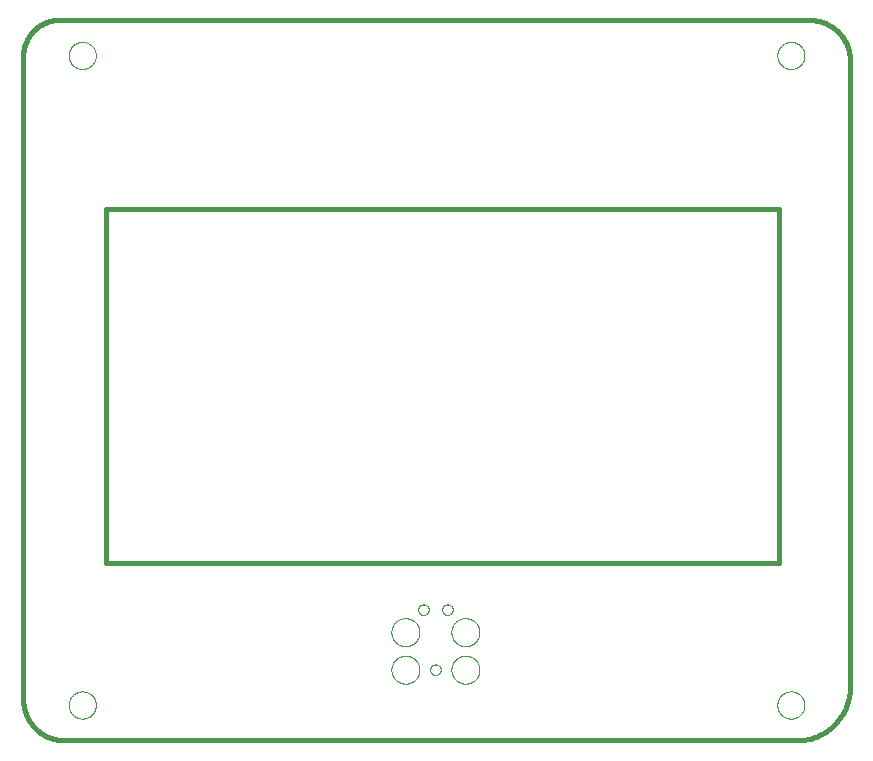
<source format=gbo>
G75*
%MOIN*%
%OFA0B0*%
%FSLAX25Y25*%
%IPPOS*%
%LPD*%
%AMOC8*
5,1,8,0,0,1.08239X$1,22.5*
%
%ADD10C,0.01600*%
%ADD11C,0.00000*%
D10*
X0017183Y0004413D02*
X0261183Y0004413D01*
X0261614Y0004418D01*
X0262045Y0004434D01*
X0262475Y0004460D01*
X0262905Y0004496D01*
X0263333Y0004543D01*
X0263760Y0004600D01*
X0264186Y0004668D01*
X0264610Y0004745D01*
X0265032Y0004833D01*
X0265452Y0004931D01*
X0265869Y0005040D01*
X0266283Y0005158D01*
X0266695Y0005286D01*
X0267103Y0005424D01*
X0267508Y0005572D01*
X0267909Y0005730D01*
X0268306Y0005897D01*
X0268700Y0006074D01*
X0269088Y0006260D01*
X0269472Y0006456D01*
X0269851Y0006661D01*
X0270226Y0006875D01*
X0270595Y0007098D01*
X0270958Y0007330D01*
X0271316Y0007570D01*
X0271667Y0007820D01*
X0272013Y0008077D01*
X0272352Y0008343D01*
X0272685Y0008617D01*
X0273011Y0008899D01*
X0273330Y0009189D01*
X0273642Y0009486D01*
X0273947Y0009791D01*
X0274244Y0010103D01*
X0274534Y0010422D01*
X0274816Y0010748D01*
X0275090Y0011081D01*
X0275356Y0011420D01*
X0275613Y0011766D01*
X0275863Y0012117D01*
X0276103Y0012475D01*
X0276335Y0012838D01*
X0276558Y0013207D01*
X0276772Y0013582D01*
X0276977Y0013961D01*
X0277173Y0014345D01*
X0277359Y0014733D01*
X0277536Y0015127D01*
X0277703Y0015524D01*
X0277861Y0015925D01*
X0278009Y0016330D01*
X0278147Y0016738D01*
X0278275Y0017150D01*
X0278393Y0017564D01*
X0278502Y0017981D01*
X0278600Y0018401D01*
X0278688Y0018823D01*
X0278765Y0019247D01*
X0278833Y0019673D01*
X0278890Y0020100D01*
X0278937Y0020528D01*
X0278973Y0020958D01*
X0278999Y0021388D01*
X0279015Y0021819D01*
X0279020Y0022250D01*
X0279020Y0231116D01*
X0279019Y0231116D02*
X0279015Y0231441D01*
X0279003Y0231766D01*
X0278984Y0232091D01*
X0278956Y0232414D01*
X0278921Y0232738D01*
X0278878Y0233060D01*
X0278827Y0233381D01*
X0278768Y0233701D01*
X0278702Y0234019D01*
X0278628Y0234336D01*
X0278546Y0234650D01*
X0278457Y0234963D01*
X0278361Y0235274D01*
X0278256Y0235581D01*
X0278145Y0235887D01*
X0278026Y0236189D01*
X0277900Y0236489D01*
X0277766Y0236786D01*
X0277626Y0237079D01*
X0277478Y0237368D01*
X0277323Y0237654D01*
X0277162Y0237937D01*
X0276994Y0238215D01*
X0276819Y0238489D01*
X0276637Y0238759D01*
X0276450Y0239024D01*
X0276255Y0239285D01*
X0276055Y0239541D01*
X0275848Y0239792D01*
X0275635Y0240038D01*
X0275417Y0240278D01*
X0275193Y0240514D01*
X0274963Y0240744D01*
X0274727Y0240968D01*
X0274487Y0241186D01*
X0274241Y0241399D01*
X0273990Y0241606D01*
X0273734Y0241806D01*
X0273473Y0242001D01*
X0273208Y0242188D01*
X0272938Y0242370D01*
X0272664Y0242545D01*
X0272386Y0242713D01*
X0272103Y0242874D01*
X0271817Y0243029D01*
X0271528Y0243177D01*
X0271235Y0243317D01*
X0270938Y0243451D01*
X0270638Y0243577D01*
X0270336Y0243696D01*
X0270030Y0243807D01*
X0269723Y0243912D01*
X0269412Y0244008D01*
X0269099Y0244097D01*
X0268785Y0244179D01*
X0268468Y0244253D01*
X0268150Y0244319D01*
X0267830Y0244378D01*
X0267509Y0244429D01*
X0267187Y0244472D01*
X0266863Y0244507D01*
X0266540Y0244535D01*
X0266215Y0244554D01*
X0265890Y0244566D01*
X0265565Y0244570D01*
X0265565Y0244571D02*
X0015369Y0244571D01*
X0015080Y0244568D01*
X0014792Y0244557D01*
X0014504Y0244540D01*
X0014217Y0244515D01*
X0013930Y0244484D01*
X0013644Y0244446D01*
X0013359Y0244401D01*
X0013075Y0244349D01*
X0012793Y0244290D01*
X0012512Y0244224D01*
X0012232Y0244152D01*
X0011955Y0244072D01*
X0011679Y0243987D01*
X0011406Y0243894D01*
X0011135Y0243795D01*
X0010866Y0243690D01*
X0010601Y0243577D01*
X0010337Y0243459D01*
X0010077Y0243334D01*
X0009820Y0243203D01*
X0009566Y0243066D01*
X0009316Y0242923D01*
X0009069Y0242774D01*
X0008826Y0242618D01*
X0008586Y0242457D01*
X0008351Y0242291D01*
X0008119Y0242118D01*
X0007892Y0241940D01*
X0007670Y0241757D01*
X0007451Y0241568D01*
X0007238Y0241374D01*
X0007029Y0241175D01*
X0006825Y0240971D01*
X0006626Y0240762D01*
X0006432Y0240549D01*
X0006243Y0240330D01*
X0006060Y0240108D01*
X0005882Y0239881D01*
X0005709Y0239649D01*
X0005543Y0239414D01*
X0005382Y0239174D01*
X0005226Y0238931D01*
X0005077Y0238684D01*
X0004934Y0238434D01*
X0004797Y0238180D01*
X0004666Y0237923D01*
X0004541Y0237663D01*
X0004423Y0237399D01*
X0004310Y0237134D01*
X0004205Y0236865D01*
X0004106Y0236594D01*
X0004013Y0236321D01*
X0003928Y0236045D01*
X0003848Y0235768D01*
X0003776Y0235488D01*
X0003710Y0235207D01*
X0003651Y0234925D01*
X0003599Y0234641D01*
X0003554Y0234356D01*
X0003516Y0234070D01*
X0003485Y0233783D01*
X0003460Y0233496D01*
X0003443Y0233208D01*
X0003432Y0232920D01*
X0003429Y0232631D01*
X0003429Y0018168D01*
X0003433Y0017836D01*
X0003445Y0017503D01*
X0003465Y0017172D01*
X0003493Y0016841D01*
X0003529Y0016510D01*
X0003573Y0016181D01*
X0003625Y0015852D01*
X0003685Y0015525D01*
X0003753Y0015200D01*
X0003829Y0014876D01*
X0003912Y0014555D01*
X0004003Y0014235D01*
X0004102Y0013918D01*
X0004209Y0013603D01*
X0004323Y0013291D01*
X0004444Y0012981D01*
X0004573Y0012675D01*
X0004710Y0012372D01*
X0004854Y0012072D01*
X0005004Y0011776D01*
X0005162Y0011484D01*
X0005327Y0011195D01*
X0005499Y0010911D01*
X0005678Y0010631D01*
X0005864Y0010355D01*
X0006056Y0010084D01*
X0006254Y0009817D01*
X0006459Y0009555D01*
X0006671Y0009299D01*
X0006888Y0009047D01*
X0007111Y0008801D01*
X0007341Y0008561D01*
X0007576Y0008326D01*
X0007816Y0008096D01*
X0008062Y0007873D01*
X0008314Y0007656D01*
X0008570Y0007444D01*
X0008832Y0007239D01*
X0009099Y0007041D01*
X0009370Y0006849D01*
X0009646Y0006663D01*
X0009926Y0006484D01*
X0010210Y0006312D01*
X0010499Y0006147D01*
X0010791Y0005989D01*
X0011087Y0005839D01*
X0011387Y0005695D01*
X0011690Y0005558D01*
X0011996Y0005429D01*
X0012306Y0005308D01*
X0012618Y0005194D01*
X0012933Y0005087D01*
X0013250Y0004988D01*
X0013570Y0004897D01*
X0013891Y0004814D01*
X0014215Y0004738D01*
X0014540Y0004670D01*
X0014867Y0004610D01*
X0015196Y0004558D01*
X0015525Y0004514D01*
X0015856Y0004478D01*
X0016187Y0004450D01*
X0016518Y0004430D01*
X0016851Y0004418D01*
X0017183Y0004414D01*
X0030988Y0063469D02*
X0030988Y0181579D01*
X0255398Y0181579D01*
X0255398Y0063469D01*
X0030988Y0063469D01*
D11*
X0018586Y0016224D02*
X0018588Y0016358D01*
X0018594Y0016492D01*
X0018604Y0016626D01*
X0018618Y0016760D01*
X0018636Y0016893D01*
X0018657Y0017025D01*
X0018683Y0017157D01*
X0018713Y0017288D01*
X0018746Y0017418D01*
X0018783Y0017546D01*
X0018825Y0017674D01*
X0018869Y0017801D01*
X0018918Y0017926D01*
X0018970Y0018049D01*
X0019026Y0018171D01*
X0019086Y0018292D01*
X0019149Y0018410D01*
X0019215Y0018527D01*
X0019285Y0018641D01*
X0019358Y0018754D01*
X0019435Y0018864D01*
X0019515Y0018972D01*
X0019598Y0019077D01*
X0019684Y0019180D01*
X0019773Y0019280D01*
X0019865Y0019378D01*
X0019960Y0019473D01*
X0020058Y0019565D01*
X0020158Y0019654D01*
X0020261Y0019740D01*
X0020366Y0019823D01*
X0020474Y0019903D01*
X0020584Y0019980D01*
X0020697Y0020053D01*
X0020811Y0020123D01*
X0020928Y0020189D01*
X0021046Y0020252D01*
X0021167Y0020312D01*
X0021289Y0020368D01*
X0021412Y0020420D01*
X0021537Y0020469D01*
X0021664Y0020513D01*
X0021792Y0020555D01*
X0021920Y0020592D01*
X0022050Y0020625D01*
X0022181Y0020655D01*
X0022313Y0020681D01*
X0022445Y0020702D01*
X0022578Y0020720D01*
X0022712Y0020734D01*
X0022846Y0020744D01*
X0022980Y0020750D01*
X0023114Y0020752D01*
X0023248Y0020750D01*
X0023382Y0020744D01*
X0023516Y0020734D01*
X0023650Y0020720D01*
X0023783Y0020702D01*
X0023915Y0020681D01*
X0024047Y0020655D01*
X0024178Y0020625D01*
X0024308Y0020592D01*
X0024436Y0020555D01*
X0024564Y0020513D01*
X0024691Y0020469D01*
X0024816Y0020420D01*
X0024939Y0020368D01*
X0025061Y0020312D01*
X0025182Y0020252D01*
X0025300Y0020189D01*
X0025417Y0020123D01*
X0025531Y0020053D01*
X0025644Y0019980D01*
X0025754Y0019903D01*
X0025862Y0019823D01*
X0025967Y0019740D01*
X0026070Y0019654D01*
X0026170Y0019565D01*
X0026268Y0019473D01*
X0026363Y0019378D01*
X0026455Y0019280D01*
X0026544Y0019180D01*
X0026630Y0019077D01*
X0026713Y0018972D01*
X0026793Y0018864D01*
X0026870Y0018754D01*
X0026943Y0018641D01*
X0027013Y0018527D01*
X0027079Y0018410D01*
X0027142Y0018292D01*
X0027202Y0018171D01*
X0027258Y0018049D01*
X0027310Y0017926D01*
X0027359Y0017801D01*
X0027403Y0017674D01*
X0027445Y0017546D01*
X0027482Y0017418D01*
X0027515Y0017288D01*
X0027545Y0017157D01*
X0027571Y0017025D01*
X0027592Y0016893D01*
X0027610Y0016760D01*
X0027624Y0016626D01*
X0027634Y0016492D01*
X0027640Y0016358D01*
X0027642Y0016224D01*
X0027640Y0016090D01*
X0027634Y0015956D01*
X0027624Y0015822D01*
X0027610Y0015688D01*
X0027592Y0015555D01*
X0027571Y0015423D01*
X0027545Y0015291D01*
X0027515Y0015160D01*
X0027482Y0015030D01*
X0027445Y0014902D01*
X0027403Y0014774D01*
X0027359Y0014647D01*
X0027310Y0014522D01*
X0027258Y0014399D01*
X0027202Y0014277D01*
X0027142Y0014156D01*
X0027079Y0014038D01*
X0027013Y0013921D01*
X0026943Y0013807D01*
X0026870Y0013694D01*
X0026793Y0013584D01*
X0026713Y0013476D01*
X0026630Y0013371D01*
X0026544Y0013268D01*
X0026455Y0013168D01*
X0026363Y0013070D01*
X0026268Y0012975D01*
X0026170Y0012883D01*
X0026070Y0012794D01*
X0025967Y0012708D01*
X0025862Y0012625D01*
X0025754Y0012545D01*
X0025644Y0012468D01*
X0025531Y0012395D01*
X0025417Y0012325D01*
X0025300Y0012259D01*
X0025182Y0012196D01*
X0025061Y0012136D01*
X0024939Y0012080D01*
X0024816Y0012028D01*
X0024691Y0011979D01*
X0024564Y0011935D01*
X0024436Y0011893D01*
X0024308Y0011856D01*
X0024178Y0011823D01*
X0024047Y0011793D01*
X0023915Y0011767D01*
X0023783Y0011746D01*
X0023650Y0011728D01*
X0023516Y0011714D01*
X0023382Y0011704D01*
X0023248Y0011698D01*
X0023114Y0011696D01*
X0022980Y0011698D01*
X0022846Y0011704D01*
X0022712Y0011714D01*
X0022578Y0011728D01*
X0022445Y0011746D01*
X0022313Y0011767D01*
X0022181Y0011793D01*
X0022050Y0011823D01*
X0021920Y0011856D01*
X0021792Y0011893D01*
X0021664Y0011935D01*
X0021537Y0011979D01*
X0021412Y0012028D01*
X0021289Y0012080D01*
X0021167Y0012136D01*
X0021046Y0012196D01*
X0020928Y0012259D01*
X0020811Y0012325D01*
X0020697Y0012395D01*
X0020584Y0012468D01*
X0020474Y0012545D01*
X0020366Y0012625D01*
X0020261Y0012708D01*
X0020158Y0012794D01*
X0020058Y0012883D01*
X0019960Y0012975D01*
X0019865Y0013070D01*
X0019773Y0013168D01*
X0019684Y0013268D01*
X0019598Y0013371D01*
X0019515Y0013476D01*
X0019435Y0013584D01*
X0019358Y0013694D01*
X0019285Y0013807D01*
X0019215Y0013921D01*
X0019149Y0014038D01*
X0019086Y0014156D01*
X0019026Y0014277D01*
X0018970Y0014399D01*
X0018918Y0014522D01*
X0018869Y0014647D01*
X0018825Y0014774D01*
X0018783Y0014902D01*
X0018746Y0015030D01*
X0018713Y0015160D01*
X0018683Y0015291D01*
X0018657Y0015423D01*
X0018636Y0015555D01*
X0018618Y0015688D01*
X0018604Y0015822D01*
X0018594Y0015956D01*
X0018588Y0016090D01*
X0018586Y0016224D01*
X0126156Y0027996D02*
X0126158Y0028133D01*
X0126164Y0028269D01*
X0126174Y0028405D01*
X0126188Y0028541D01*
X0126206Y0028677D01*
X0126228Y0028812D01*
X0126253Y0028946D01*
X0126283Y0029079D01*
X0126317Y0029211D01*
X0126354Y0029343D01*
X0126395Y0029473D01*
X0126441Y0029602D01*
X0126489Y0029730D01*
X0126542Y0029856D01*
X0126598Y0029980D01*
X0126658Y0030103D01*
X0126721Y0030224D01*
X0126788Y0030343D01*
X0126858Y0030460D01*
X0126932Y0030576D01*
X0127009Y0030688D01*
X0127089Y0030799D01*
X0127173Y0030907D01*
X0127260Y0031013D01*
X0127349Y0031116D01*
X0127442Y0031216D01*
X0127537Y0031314D01*
X0127636Y0031409D01*
X0127737Y0031501D01*
X0127841Y0031589D01*
X0127947Y0031675D01*
X0128056Y0031758D01*
X0128167Y0031837D01*
X0128280Y0031914D01*
X0128396Y0031987D01*
X0128513Y0032056D01*
X0128633Y0032122D01*
X0128754Y0032184D01*
X0128878Y0032243D01*
X0129003Y0032299D01*
X0129129Y0032350D01*
X0129257Y0032398D01*
X0129386Y0032442D01*
X0129517Y0032483D01*
X0129649Y0032519D01*
X0129781Y0032552D01*
X0129915Y0032580D01*
X0130049Y0032605D01*
X0130184Y0032626D01*
X0130320Y0032643D01*
X0130456Y0032656D01*
X0130592Y0032665D01*
X0130729Y0032670D01*
X0130865Y0032671D01*
X0131002Y0032668D01*
X0131138Y0032661D01*
X0131274Y0032650D01*
X0131410Y0032635D01*
X0131545Y0032616D01*
X0131680Y0032593D01*
X0131814Y0032566D01*
X0131947Y0032536D01*
X0132079Y0032501D01*
X0132211Y0032463D01*
X0132340Y0032421D01*
X0132469Y0032375D01*
X0132596Y0032325D01*
X0132722Y0032271D01*
X0132846Y0032214D01*
X0132969Y0032154D01*
X0133089Y0032089D01*
X0133208Y0032022D01*
X0133324Y0031951D01*
X0133439Y0031876D01*
X0133551Y0031798D01*
X0133661Y0031717D01*
X0133769Y0031633D01*
X0133874Y0031545D01*
X0133976Y0031455D01*
X0134076Y0031362D01*
X0134173Y0031265D01*
X0134267Y0031166D01*
X0134358Y0031065D01*
X0134446Y0030960D01*
X0134531Y0030853D01*
X0134613Y0030744D01*
X0134692Y0030632D01*
X0134767Y0030518D01*
X0134839Y0030402D01*
X0134908Y0030284D01*
X0134973Y0030164D01*
X0135035Y0030042D01*
X0135093Y0029918D01*
X0135147Y0029793D01*
X0135198Y0029666D01*
X0135244Y0029538D01*
X0135288Y0029408D01*
X0135327Y0029277D01*
X0135363Y0029145D01*
X0135394Y0029012D01*
X0135422Y0028879D01*
X0135446Y0028744D01*
X0135466Y0028609D01*
X0135482Y0028473D01*
X0135494Y0028337D01*
X0135502Y0028201D01*
X0135506Y0028064D01*
X0135506Y0027928D01*
X0135502Y0027791D01*
X0135494Y0027655D01*
X0135482Y0027519D01*
X0135466Y0027383D01*
X0135446Y0027248D01*
X0135422Y0027113D01*
X0135394Y0026980D01*
X0135363Y0026847D01*
X0135327Y0026715D01*
X0135288Y0026584D01*
X0135244Y0026454D01*
X0135198Y0026326D01*
X0135147Y0026199D01*
X0135093Y0026074D01*
X0135035Y0025950D01*
X0134973Y0025828D01*
X0134908Y0025708D01*
X0134839Y0025590D01*
X0134767Y0025474D01*
X0134692Y0025360D01*
X0134613Y0025248D01*
X0134531Y0025139D01*
X0134446Y0025032D01*
X0134358Y0024927D01*
X0134267Y0024826D01*
X0134173Y0024727D01*
X0134076Y0024630D01*
X0133976Y0024537D01*
X0133874Y0024447D01*
X0133769Y0024359D01*
X0133661Y0024275D01*
X0133551Y0024194D01*
X0133439Y0024116D01*
X0133324Y0024041D01*
X0133208Y0023970D01*
X0133089Y0023903D01*
X0132969Y0023838D01*
X0132846Y0023778D01*
X0132722Y0023721D01*
X0132596Y0023667D01*
X0132469Y0023617D01*
X0132340Y0023571D01*
X0132211Y0023529D01*
X0132079Y0023491D01*
X0131947Y0023456D01*
X0131814Y0023426D01*
X0131680Y0023399D01*
X0131545Y0023376D01*
X0131410Y0023357D01*
X0131274Y0023342D01*
X0131138Y0023331D01*
X0131002Y0023324D01*
X0130865Y0023321D01*
X0130729Y0023322D01*
X0130592Y0023327D01*
X0130456Y0023336D01*
X0130320Y0023349D01*
X0130184Y0023366D01*
X0130049Y0023387D01*
X0129915Y0023412D01*
X0129781Y0023440D01*
X0129649Y0023473D01*
X0129517Y0023509D01*
X0129386Y0023550D01*
X0129257Y0023594D01*
X0129129Y0023642D01*
X0129003Y0023693D01*
X0128878Y0023749D01*
X0128754Y0023808D01*
X0128633Y0023870D01*
X0128513Y0023936D01*
X0128396Y0024005D01*
X0128280Y0024078D01*
X0128167Y0024155D01*
X0128056Y0024234D01*
X0127947Y0024317D01*
X0127841Y0024403D01*
X0127737Y0024491D01*
X0127636Y0024583D01*
X0127537Y0024678D01*
X0127442Y0024776D01*
X0127349Y0024876D01*
X0127260Y0024979D01*
X0127173Y0025085D01*
X0127089Y0025193D01*
X0127009Y0025304D01*
X0126932Y0025416D01*
X0126858Y0025532D01*
X0126788Y0025649D01*
X0126721Y0025768D01*
X0126658Y0025889D01*
X0126598Y0026012D01*
X0126542Y0026136D01*
X0126489Y0026262D01*
X0126441Y0026390D01*
X0126395Y0026519D01*
X0126354Y0026649D01*
X0126317Y0026781D01*
X0126283Y0026913D01*
X0126253Y0027046D01*
X0126228Y0027180D01*
X0126206Y0027315D01*
X0126188Y0027451D01*
X0126174Y0027587D01*
X0126164Y0027723D01*
X0126158Y0027859D01*
X0126156Y0027996D01*
X0126156Y0040496D02*
X0126158Y0040633D01*
X0126164Y0040769D01*
X0126174Y0040905D01*
X0126188Y0041041D01*
X0126206Y0041177D01*
X0126228Y0041312D01*
X0126253Y0041446D01*
X0126283Y0041579D01*
X0126317Y0041711D01*
X0126354Y0041843D01*
X0126395Y0041973D01*
X0126441Y0042102D01*
X0126489Y0042230D01*
X0126542Y0042356D01*
X0126598Y0042480D01*
X0126658Y0042603D01*
X0126721Y0042724D01*
X0126788Y0042843D01*
X0126858Y0042960D01*
X0126932Y0043076D01*
X0127009Y0043188D01*
X0127089Y0043299D01*
X0127173Y0043407D01*
X0127260Y0043513D01*
X0127349Y0043616D01*
X0127442Y0043716D01*
X0127537Y0043814D01*
X0127636Y0043909D01*
X0127737Y0044001D01*
X0127841Y0044089D01*
X0127947Y0044175D01*
X0128056Y0044258D01*
X0128167Y0044337D01*
X0128280Y0044414D01*
X0128396Y0044487D01*
X0128513Y0044556D01*
X0128633Y0044622D01*
X0128754Y0044684D01*
X0128878Y0044743D01*
X0129003Y0044799D01*
X0129129Y0044850D01*
X0129257Y0044898D01*
X0129386Y0044942D01*
X0129517Y0044983D01*
X0129649Y0045019D01*
X0129781Y0045052D01*
X0129915Y0045080D01*
X0130049Y0045105D01*
X0130184Y0045126D01*
X0130320Y0045143D01*
X0130456Y0045156D01*
X0130592Y0045165D01*
X0130729Y0045170D01*
X0130865Y0045171D01*
X0131002Y0045168D01*
X0131138Y0045161D01*
X0131274Y0045150D01*
X0131410Y0045135D01*
X0131545Y0045116D01*
X0131680Y0045093D01*
X0131814Y0045066D01*
X0131947Y0045036D01*
X0132079Y0045001D01*
X0132211Y0044963D01*
X0132340Y0044921D01*
X0132469Y0044875D01*
X0132596Y0044825D01*
X0132722Y0044771D01*
X0132846Y0044714D01*
X0132969Y0044654D01*
X0133089Y0044589D01*
X0133208Y0044522D01*
X0133324Y0044451D01*
X0133439Y0044376D01*
X0133551Y0044298D01*
X0133661Y0044217D01*
X0133769Y0044133D01*
X0133874Y0044045D01*
X0133976Y0043955D01*
X0134076Y0043862D01*
X0134173Y0043765D01*
X0134267Y0043666D01*
X0134358Y0043565D01*
X0134446Y0043460D01*
X0134531Y0043353D01*
X0134613Y0043244D01*
X0134692Y0043132D01*
X0134767Y0043018D01*
X0134839Y0042902D01*
X0134908Y0042784D01*
X0134973Y0042664D01*
X0135035Y0042542D01*
X0135093Y0042418D01*
X0135147Y0042293D01*
X0135198Y0042166D01*
X0135244Y0042038D01*
X0135288Y0041908D01*
X0135327Y0041777D01*
X0135363Y0041645D01*
X0135394Y0041512D01*
X0135422Y0041379D01*
X0135446Y0041244D01*
X0135466Y0041109D01*
X0135482Y0040973D01*
X0135494Y0040837D01*
X0135502Y0040701D01*
X0135506Y0040564D01*
X0135506Y0040428D01*
X0135502Y0040291D01*
X0135494Y0040155D01*
X0135482Y0040019D01*
X0135466Y0039883D01*
X0135446Y0039748D01*
X0135422Y0039613D01*
X0135394Y0039480D01*
X0135363Y0039347D01*
X0135327Y0039215D01*
X0135288Y0039084D01*
X0135244Y0038954D01*
X0135198Y0038826D01*
X0135147Y0038699D01*
X0135093Y0038574D01*
X0135035Y0038450D01*
X0134973Y0038328D01*
X0134908Y0038208D01*
X0134839Y0038090D01*
X0134767Y0037974D01*
X0134692Y0037860D01*
X0134613Y0037748D01*
X0134531Y0037639D01*
X0134446Y0037532D01*
X0134358Y0037427D01*
X0134267Y0037326D01*
X0134173Y0037227D01*
X0134076Y0037130D01*
X0133976Y0037037D01*
X0133874Y0036947D01*
X0133769Y0036859D01*
X0133661Y0036775D01*
X0133551Y0036694D01*
X0133439Y0036616D01*
X0133324Y0036541D01*
X0133208Y0036470D01*
X0133089Y0036403D01*
X0132969Y0036338D01*
X0132846Y0036278D01*
X0132722Y0036221D01*
X0132596Y0036167D01*
X0132469Y0036117D01*
X0132340Y0036071D01*
X0132211Y0036029D01*
X0132079Y0035991D01*
X0131947Y0035956D01*
X0131814Y0035926D01*
X0131680Y0035899D01*
X0131545Y0035876D01*
X0131410Y0035857D01*
X0131274Y0035842D01*
X0131138Y0035831D01*
X0131002Y0035824D01*
X0130865Y0035821D01*
X0130729Y0035822D01*
X0130592Y0035827D01*
X0130456Y0035836D01*
X0130320Y0035849D01*
X0130184Y0035866D01*
X0130049Y0035887D01*
X0129915Y0035912D01*
X0129781Y0035940D01*
X0129649Y0035973D01*
X0129517Y0036009D01*
X0129386Y0036050D01*
X0129257Y0036094D01*
X0129129Y0036142D01*
X0129003Y0036193D01*
X0128878Y0036249D01*
X0128754Y0036308D01*
X0128633Y0036370D01*
X0128513Y0036436D01*
X0128396Y0036505D01*
X0128280Y0036578D01*
X0128167Y0036655D01*
X0128056Y0036734D01*
X0127947Y0036817D01*
X0127841Y0036903D01*
X0127737Y0036991D01*
X0127636Y0037083D01*
X0127537Y0037178D01*
X0127442Y0037276D01*
X0127349Y0037376D01*
X0127260Y0037479D01*
X0127173Y0037585D01*
X0127089Y0037693D01*
X0127009Y0037804D01*
X0126932Y0037916D01*
X0126858Y0038032D01*
X0126788Y0038149D01*
X0126721Y0038268D01*
X0126658Y0038389D01*
X0126598Y0038512D01*
X0126542Y0038636D01*
X0126489Y0038762D01*
X0126441Y0038890D01*
X0126395Y0039019D01*
X0126354Y0039149D01*
X0126317Y0039281D01*
X0126283Y0039413D01*
X0126253Y0039546D01*
X0126228Y0039680D01*
X0126206Y0039815D01*
X0126188Y0039951D01*
X0126174Y0040087D01*
X0126164Y0040223D01*
X0126158Y0040359D01*
X0126156Y0040496D01*
X0135081Y0047996D02*
X0135083Y0048079D01*
X0135089Y0048162D01*
X0135099Y0048245D01*
X0135113Y0048327D01*
X0135130Y0048409D01*
X0135152Y0048489D01*
X0135177Y0048568D01*
X0135206Y0048646D01*
X0135239Y0048723D01*
X0135276Y0048798D01*
X0135315Y0048871D01*
X0135359Y0048942D01*
X0135405Y0049011D01*
X0135455Y0049078D01*
X0135508Y0049142D01*
X0135564Y0049204D01*
X0135623Y0049263D01*
X0135685Y0049319D01*
X0135749Y0049372D01*
X0135816Y0049422D01*
X0135885Y0049468D01*
X0135956Y0049512D01*
X0136029Y0049551D01*
X0136104Y0049588D01*
X0136181Y0049621D01*
X0136259Y0049650D01*
X0136338Y0049675D01*
X0136418Y0049697D01*
X0136500Y0049714D01*
X0136582Y0049728D01*
X0136665Y0049738D01*
X0136748Y0049744D01*
X0136831Y0049746D01*
X0136914Y0049744D01*
X0136997Y0049738D01*
X0137080Y0049728D01*
X0137162Y0049714D01*
X0137244Y0049697D01*
X0137324Y0049675D01*
X0137403Y0049650D01*
X0137481Y0049621D01*
X0137558Y0049588D01*
X0137633Y0049551D01*
X0137706Y0049512D01*
X0137777Y0049468D01*
X0137846Y0049422D01*
X0137913Y0049372D01*
X0137977Y0049319D01*
X0138039Y0049263D01*
X0138098Y0049204D01*
X0138154Y0049142D01*
X0138207Y0049078D01*
X0138257Y0049011D01*
X0138303Y0048942D01*
X0138347Y0048871D01*
X0138386Y0048798D01*
X0138423Y0048723D01*
X0138456Y0048646D01*
X0138485Y0048568D01*
X0138510Y0048489D01*
X0138532Y0048409D01*
X0138549Y0048327D01*
X0138563Y0048245D01*
X0138573Y0048162D01*
X0138579Y0048079D01*
X0138581Y0047996D01*
X0138579Y0047913D01*
X0138573Y0047830D01*
X0138563Y0047747D01*
X0138549Y0047665D01*
X0138532Y0047583D01*
X0138510Y0047503D01*
X0138485Y0047424D01*
X0138456Y0047346D01*
X0138423Y0047269D01*
X0138386Y0047194D01*
X0138347Y0047121D01*
X0138303Y0047050D01*
X0138257Y0046981D01*
X0138207Y0046914D01*
X0138154Y0046850D01*
X0138098Y0046788D01*
X0138039Y0046729D01*
X0137977Y0046673D01*
X0137913Y0046620D01*
X0137846Y0046570D01*
X0137777Y0046524D01*
X0137706Y0046480D01*
X0137633Y0046441D01*
X0137558Y0046404D01*
X0137481Y0046371D01*
X0137403Y0046342D01*
X0137324Y0046317D01*
X0137244Y0046295D01*
X0137162Y0046278D01*
X0137080Y0046264D01*
X0136997Y0046254D01*
X0136914Y0046248D01*
X0136831Y0046246D01*
X0136748Y0046248D01*
X0136665Y0046254D01*
X0136582Y0046264D01*
X0136500Y0046278D01*
X0136418Y0046295D01*
X0136338Y0046317D01*
X0136259Y0046342D01*
X0136181Y0046371D01*
X0136104Y0046404D01*
X0136029Y0046441D01*
X0135956Y0046480D01*
X0135885Y0046524D01*
X0135816Y0046570D01*
X0135749Y0046620D01*
X0135685Y0046673D01*
X0135623Y0046729D01*
X0135564Y0046788D01*
X0135508Y0046850D01*
X0135455Y0046914D01*
X0135405Y0046981D01*
X0135359Y0047050D01*
X0135315Y0047121D01*
X0135276Y0047194D01*
X0135239Y0047269D01*
X0135206Y0047346D01*
X0135177Y0047424D01*
X0135152Y0047503D01*
X0135130Y0047583D01*
X0135113Y0047665D01*
X0135099Y0047747D01*
X0135089Y0047830D01*
X0135083Y0047913D01*
X0135081Y0047996D01*
X0143081Y0047996D02*
X0143083Y0048079D01*
X0143089Y0048162D01*
X0143099Y0048245D01*
X0143113Y0048327D01*
X0143130Y0048409D01*
X0143152Y0048489D01*
X0143177Y0048568D01*
X0143206Y0048646D01*
X0143239Y0048723D01*
X0143276Y0048798D01*
X0143315Y0048871D01*
X0143359Y0048942D01*
X0143405Y0049011D01*
X0143455Y0049078D01*
X0143508Y0049142D01*
X0143564Y0049204D01*
X0143623Y0049263D01*
X0143685Y0049319D01*
X0143749Y0049372D01*
X0143816Y0049422D01*
X0143885Y0049468D01*
X0143956Y0049512D01*
X0144029Y0049551D01*
X0144104Y0049588D01*
X0144181Y0049621D01*
X0144259Y0049650D01*
X0144338Y0049675D01*
X0144418Y0049697D01*
X0144500Y0049714D01*
X0144582Y0049728D01*
X0144665Y0049738D01*
X0144748Y0049744D01*
X0144831Y0049746D01*
X0144914Y0049744D01*
X0144997Y0049738D01*
X0145080Y0049728D01*
X0145162Y0049714D01*
X0145244Y0049697D01*
X0145324Y0049675D01*
X0145403Y0049650D01*
X0145481Y0049621D01*
X0145558Y0049588D01*
X0145633Y0049551D01*
X0145706Y0049512D01*
X0145777Y0049468D01*
X0145846Y0049422D01*
X0145913Y0049372D01*
X0145977Y0049319D01*
X0146039Y0049263D01*
X0146098Y0049204D01*
X0146154Y0049142D01*
X0146207Y0049078D01*
X0146257Y0049011D01*
X0146303Y0048942D01*
X0146347Y0048871D01*
X0146386Y0048798D01*
X0146423Y0048723D01*
X0146456Y0048646D01*
X0146485Y0048568D01*
X0146510Y0048489D01*
X0146532Y0048409D01*
X0146549Y0048327D01*
X0146563Y0048245D01*
X0146573Y0048162D01*
X0146579Y0048079D01*
X0146581Y0047996D01*
X0146579Y0047913D01*
X0146573Y0047830D01*
X0146563Y0047747D01*
X0146549Y0047665D01*
X0146532Y0047583D01*
X0146510Y0047503D01*
X0146485Y0047424D01*
X0146456Y0047346D01*
X0146423Y0047269D01*
X0146386Y0047194D01*
X0146347Y0047121D01*
X0146303Y0047050D01*
X0146257Y0046981D01*
X0146207Y0046914D01*
X0146154Y0046850D01*
X0146098Y0046788D01*
X0146039Y0046729D01*
X0145977Y0046673D01*
X0145913Y0046620D01*
X0145846Y0046570D01*
X0145777Y0046524D01*
X0145706Y0046480D01*
X0145633Y0046441D01*
X0145558Y0046404D01*
X0145481Y0046371D01*
X0145403Y0046342D01*
X0145324Y0046317D01*
X0145244Y0046295D01*
X0145162Y0046278D01*
X0145080Y0046264D01*
X0144997Y0046254D01*
X0144914Y0046248D01*
X0144831Y0046246D01*
X0144748Y0046248D01*
X0144665Y0046254D01*
X0144582Y0046264D01*
X0144500Y0046278D01*
X0144418Y0046295D01*
X0144338Y0046317D01*
X0144259Y0046342D01*
X0144181Y0046371D01*
X0144104Y0046404D01*
X0144029Y0046441D01*
X0143956Y0046480D01*
X0143885Y0046524D01*
X0143816Y0046570D01*
X0143749Y0046620D01*
X0143685Y0046673D01*
X0143623Y0046729D01*
X0143564Y0046788D01*
X0143508Y0046850D01*
X0143455Y0046914D01*
X0143405Y0046981D01*
X0143359Y0047050D01*
X0143315Y0047121D01*
X0143276Y0047194D01*
X0143239Y0047269D01*
X0143206Y0047346D01*
X0143177Y0047424D01*
X0143152Y0047503D01*
X0143130Y0047583D01*
X0143113Y0047665D01*
X0143099Y0047747D01*
X0143089Y0047830D01*
X0143083Y0047913D01*
X0143081Y0047996D01*
X0146156Y0040496D02*
X0146158Y0040633D01*
X0146164Y0040769D01*
X0146174Y0040905D01*
X0146188Y0041041D01*
X0146206Y0041177D01*
X0146228Y0041312D01*
X0146253Y0041446D01*
X0146283Y0041579D01*
X0146317Y0041711D01*
X0146354Y0041843D01*
X0146395Y0041973D01*
X0146441Y0042102D01*
X0146489Y0042230D01*
X0146542Y0042356D01*
X0146598Y0042480D01*
X0146658Y0042603D01*
X0146721Y0042724D01*
X0146788Y0042843D01*
X0146858Y0042960D01*
X0146932Y0043076D01*
X0147009Y0043188D01*
X0147089Y0043299D01*
X0147173Y0043407D01*
X0147260Y0043513D01*
X0147349Y0043616D01*
X0147442Y0043716D01*
X0147537Y0043814D01*
X0147636Y0043909D01*
X0147737Y0044001D01*
X0147841Y0044089D01*
X0147947Y0044175D01*
X0148056Y0044258D01*
X0148167Y0044337D01*
X0148280Y0044414D01*
X0148396Y0044487D01*
X0148513Y0044556D01*
X0148633Y0044622D01*
X0148754Y0044684D01*
X0148878Y0044743D01*
X0149003Y0044799D01*
X0149129Y0044850D01*
X0149257Y0044898D01*
X0149386Y0044942D01*
X0149517Y0044983D01*
X0149649Y0045019D01*
X0149781Y0045052D01*
X0149915Y0045080D01*
X0150049Y0045105D01*
X0150184Y0045126D01*
X0150320Y0045143D01*
X0150456Y0045156D01*
X0150592Y0045165D01*
X0150729Y0045170D01*
X0150865Y0045171D01*
X0151002Y0045168D01*
X0151138Y0045161D01*
X0151274Y0045150D01*
X0151410Y0045135D01*
X0151545Y0045116D01*
X0151680Y0045093D01*
X0151814Y0045066D01*
X0151947Y0045036D01*
X0152079Y0045001D01*
X0152211Y0044963D01*
X0152340Y0044921D01*
X0152469Y0044875D01*
X0152596Y0044825D01*
X0152722Y0044771D01*
X0152846Y0044714D01*
X0152969Y0044654D01*
X0153089Y0044589D01*
X0153208Y0044522D01*
X0153324Y0044451D01*
X0153439Y0044376D01*
X0153551Y0044298D01*
X0153661Y0044217D01*
X0153769Y0044133D01*
X0153874Y0044045D01*
X0153976Y0043955D01*
X0154076Y0043862D01*
X0154173Y0043765D01*
X0154267Y0043666D01*
X0154358Y0043565D01*
X0154446Y0043460D01*
X0154531Y0043353D01*
X0154613Y0043244D01*
X0154692Y0043132D01*
X0154767Y0043018D01*
X0154839Y0042902D01*
X0154908Y0042784D01*
X0154973Y0042664D01*
X0155035Y0042542D01*
X0155093Y0042418D01*
X0155147Y0042293D01*
X0155198Y0042166D01*
X0155244Y0042038D01*
X0155288Y0041908D01*
X0155327Y0041777D01*
X0155363Y0041645D01*
X0155394Y0041512D01*
X0155422Y0041379D01*
X0155446Y0041244D01*
X0155466Y0041109D01*
X0155482Y0040973D01*
X0155494Y0040837D01*
X0155502Y0040701D01*
X0155506Y0040564D01*
X0155506Y0040428D01*
X0155502Y0040291D01*
X0155494Y0040155D01*
X0155482Y0040019D01*
X0155466Y0039883D01*
X0155446Y0039748D01*
X0155422Y0039613D01*
X0155394Y0039480D01*
X0155363Y0039347D01*
X0155327Y0039215D01*
X0155288Y0039084D01*
X0155244Y0038954D01*
X0155198Y0038826D01*
X0155147Y0038699D01*
X0155093Y0038574D01*
X0155035Y0038450D01*
X0154973Y0038328D01*
X0154908Y0038208D01*
X0154839Y0038090D01*
X0154767Y0037974D01*
X0154692Y0037860D01*
X0154613Y0037748D01*
X0154531Y0037639D01*
X0154446Y0037532D01*
X0154358Y0037427D01*
X0154267Y0037326D01*
X0154173Y0037227D01*
X0154076Y0037130D01*
X0153976Y0037037D01*
X0153874Y0036947D01*
X0153769Y0036859D01*
X0153661Y0036775D01*
X0153551Y0036694D01*
X0153439Y0036616D01*
X0153324Y0036541D01*
X0153208Y0036470D01*
X0153089Y0036403D01*
X0152969Y0036338D01*
X0152846Y0036278D01*
X0152722Y0036221D01*
X0152596Y0036167D01*
X0152469Y0036117D01*
X0152340Y0036071D01*
X0152211Y0036029D01*
X0152079Y0035991D01*
X0151947Y0035956D01*
X0151814Y0035926D01*
X0151680Y0035899D01*
X0151545Y0035876D01*
X0151410Y0035857D01*
X0151274Y0035842D01*
X0151138Y0035831D01*
X0151002Y0035824D01*
X0150865Y0035821D01*
X0150729Y0035822D01*
X0150592Y0035827D01*
X0150456Y0035836D01*
X0150320Y0035849D01*
X0150184Y0035866D01*
X0150049Y0035887D01*
X0149915Y0035912D01*
X0149781Y0035940D01*
X0149649Y0035973D01*
X0149517Y0036009D01*
X0149386Y0036050D01*
X0149257Y0036094D01*
X0149129Y0036142D01*
X0149003Y0036193D01*
X0148878Y0036249D01*
X0148754Y0036308D01*
X0148633Y0036370D01*
X0148513Y0036436D01*
X0148396Y0036505D01*
X0148280Y0036578D01*
X0148167Y0036655D01*
X0148056Y0036734D01*
X0147947Y0036817D01*
X0147841Y0036903D01*
X0147737Y0036991D01*
X0147636Y0037083D01*
X0147537Y0037178D01*
X0147442Y0037276D01*
X0147349Y0037376D01*
X0147260Y0037479D01*
X0147173Y0037585D01*
X0147089Y0037693D01*
X0147009Y0037804D01*
X0146932Y0037916D01*
X0146858Y0038032D01*
X0146788Y0038149D01*
X0146721Y0038268D01*
X0146658Y0038389D01*
X0146598Y0038512D01*
X0146542Y0038636D01*
X0146489Y0038762D01*
X0146441Y0038890D01*
X0146395Y0039019D01*
X0146354Y0039149D01*
X0146317Y0039281D01*
X0146283Y0039413D01*
X0146253Y0039546D01*
X0146228Y0039680D01*
X0146206Y0039815D01*
X0146188Y0039951D01*
X0146174Y0040087D01*
X0146164Y0040223D01*
X0146158Y0040359D01*
X0146156Y0040496D01*
X0146156Y0027996D02*
X0146158Y0028133D01*
X0146164Y0028269D01*
X0146174Y0028405D01*
X0146188Y0028541D01*
X0146206Y0028677D01*
X0146228Y0028812D01*
X0146253Y0028946D01*
X0146283Y0029079D01*
X0146317Y0029211D01*
X0146354Y0029343D01*
X0146395Y0029473D01*
X0146441Y0029602D01*
X0146489Y0029730D01*
X0146542Y0029856D01*
X0146598Y0029980D01*
X0146658Y0030103D01*
X0146721Y0030224D01*
X0146788Y0030343D01*
X0146858Y0030460D01*
X0146932Y0030576D01*
X0147009Y0030688D01*
X0147089Y0030799D01*
X0147173Y0030907D01*
X0147260Y0031013D01*
X0147349Y0031116D01*
X0147442Y0031216D01*
X0147537Y0031314D01*
X0147636Y0031409D01*
X0147737Y0031501D01*
X0147841Y0031589D01*
X0147947Y0031675D01*
X0148056Y0031758D01*
X0148167Y0031837D01*
X0148280Y0031914D01*
X0148396Y0031987D01*
X0148513Y0032056D01*
X0148633Y0032122D01*
X0148754Y0032184D01*
X0148878Y0032243D01*
X0149003Y0032299D01*
X0149129Y0032350D01*
X0149257Y0032398D01*
X0149386Y0032442D01*
X0149517Y0032483D01*
X0149649Y0032519D01*
X0149781Y0032552D01*
X0149915Y0032580D01*
X0150049Y0032605D01*
X0150184Y0032626D01*
X0150320Y0032643D01*
X0150456Y0032656D01*
X0150592Y0032665D01*
X0150729Y0032670D01*
X0150865Y0032671D01*
X0151002Y0032668D01*
X0151138Y0032661D01*
X0151274Y0032650D01*
X0151410Y0032635D01*
X0151545Y0032616D01*
X0151680Y0032593D01*
X0151814Y0032566D01*
X0151947Y0032536D01*
X0152079Y0032501D01*
X0152211Y0032463D01*
X0152340Y0032421D01*
X0152469Y0032375D01*
X0152596Y0032325D01*
X0152722Y0032271D01*
X0152846Y0032214D01*
X0152969Y0032154D01*
X0153089Y0032089D01*
X0153208Y0032022D01*
X0153324Y0031951D01*
X0153439Y0031876D01*
X0153551Y0031798D01*
X0153661Y0031717D01*
X0153769Y0031633D01*
X0153874Y0031545D01*
X0153976Y0031455D01*
X0154076Y0031362D01*
X0154173Y0031265D01*
X0154267Y0031166D01*
X0154358Y0031065D01*
X0154446Y0030960D01*
X0154531Y0030853D01*
X0154613Y0030744D01*
X0154692Y0030632D01*
X0154767Y0030518D01*
X0154839Y0030402D01*
X0154908Y0030284D01*
X0154973Y0030164D01*
X0155035Y0030042D01*
X0155093Y0029918D01*
X0155147Y0029793D01*
X0155198Y0029666D01*
X0155244Y0029538D01*
X0155288Y0029408D01*
X0155327Y0029277D01*
X0155363Y0029145D01*
X0155394Y0029012D01*
X0155422Y0028879D01*
X0155446Y0028744D01*
X0155466Y0028609D01*
X0155482Y0028473D01*
X0155494Y0028337D01*
X0155502Y0028201D01*
X0155506Y0028064D01*
X0155506Y0027928D01*
X0155502Y0027791D01*
X0155494Y0027655D01*
X0155482Y0027519D01*
X0155466Y0027383D01*
X0155446Y0027248D01*
X0155422Y0027113D01*
X0155394Y0026980D01*
X0155363Y0026847D01*
X0155327Y0026715D01*
X0155288Y0026584D01*
X0155244Y0026454D01*
X0155198Y0026326D01*
X0155147Y0026199D01*
X0155093Y0026074D01*
X0155035Y0025950D01*
X0154973Y0025828D01*
X0154908Y0025708D01*
X0154839Y0025590D01*
X0154767Y0025474D01*
X0154692Y0025360D01*
X0154613Y0025248D01*
X0154531Y0025139D01*
X0154446Y0025032D01*
X0154358Y0024927D01*
X0154267Y0024826D01*
X0154173Y0024727D01*
X0154076Y0024630D01*
X0153976Y0024537D01*
X0153874Y0024447D01*
X0153769Y0024359D01*
X0153661Y0024275D01*
X0153551Y0024194D01*
X0153439Y0024116D01*
X0153324Y0024041D01*
X0153208Y0023970D01*
X0153089Y0023903D01*
X0152969Y0023838D01*
X0152846Y0023778D01*
X0152722Y0023721D01*
X0152596Y0023667D01*
X0152469Y0023617D01*
X0152340Y0023571D01*
X0152211Y0023529D01*
X0152079Y0023491D01*
X0151947Y0023456D01*
X0151814Y0023426D01*
X0151680Y0023399D01*
X0151545Y0023376D01*
X0151410Y0023357D01*
X0151274Y0023342D01*
X0151138Y0023331D01*
X0151002Y0023324D01*
X0150865Y0023321D01*
X0150729Y0023322D01*
X0150592Y0023327D01*
X0150456Y0023336D01*
X0150320Y0023349D01*
X0150184Y0023366D01*
X0150049Y0023387D01*
X0149915Y0023412D01*
X0149781Y0023440D01*
X0149649Y0023473D01*
X0149517Y0023509D01*
X0149386Y0023550D01*
X0149257Y0023594D01*
X0149129Y0023642D01*
X0149003Y0023693D01*
X0148878Y0023749D01*
X0148754Y0023808D01*
X0148633Y0023870D01*
X0148513Y0023936D01*
X0148396Y0024005D01*
X0148280Y0024078D01*
X0148167Y0024155D01*
X0148056Y0024234D01*
X0147947Y0024317D01*
X0147841Y0024403D01*
X0147737Y0024491D01*
X0147636Y0024583D01*
X0147537Y0024678D01*
X0147442Y0024776D01*
X0147349Y0024876D01*
X0147260Y0024979D01*
X0147173Y0025085D01*
X0147089Y0025193D01*
X0147009Y0025304D01*
X0146932Y0025416D01*
X0146858Y0025532D01*
X0146788Y0025649D01*
X0146721Y0025768D01*
X0146658Y0025889D01*
X0146598Y0026012D01*
X0146542Y0026136D01*
X0146489Y0026262D01*
X0146441Y0026390D01*
X0146395Y0026519D01*
X0146354Y0026649D01*
X0146317Y0026781D01*
X0146283Y0026913D01*
X0146253Y0027046D01*
X0146228Y0027180D01*
X0146206Y0027315D01*
X0146188Y0027451D01*
X0146174Y0027587D01*
X0146164Y0027723D01*
X0146158Y0027859D01*
X0146156Y0027996D01*
X0139081Y0027996D02*
X0139083Y0028079D01*
X0139089Y0028162D01*
X0139099Y0028245D01*
X0139113Y0028327D01*
X0139130Y0028409D01*
X0139152Y0028489D01*
X0139177Y0028568D01*
X0139206Y0028646D01*
X0139239Y0028723D01*
X0139276Y0028798D01*
X0139315Y0028871D01*
X0139359Y0028942D01*
X0139405Y0029011D01*
X0139455Y0029078D01*
X0139508Y0029142D01*
X0139564Y0029204D01*
X0139623Y0029263D01*
X0139685Y0029319D01*
X0139749Y0029372D01*
X0139816Y0029422D01*
X0139885Y0029468D01*
X0139956Y0029512D01*
X0140029Y0029551D01*
X0140104Y0029588D01*
X0140181Y0029621D01*
X0140259Y0029650D01*
X0140338Y0029675D01*
X0140418Y0029697D01*
X0140500Y0029714D01*
X0140582Y0029728D01*
X0140665Y0029738D01*
X0140748Y0029744D01*
X0140831Y0029746D01*
X0140914Y0029744D01*
X0140997Y0029738D01*
X0141080Y0029728D01*
X0141162Y0029714D01*
X0141244Y0029697D01*
X0141324Y0029675D01*
X0141403Y0029650D01*
X0141481Y0029621D01*
X0141558Y0029588D01*
X0141633Y0029551D01*
X0141706Y0029512D01*
X0141777Y0029468D01*
X0141846Y0029422D01*
X0141913Y0029372D01*
X0141977Y0029319D01*
X0142039Y0029263D01*
X0142098Y0029204D01*
X0142154Y0029142D01*
X0142207Y0029078D01*
X0142257Y0029011D01*
X0142303Y0028942D01*
X0142347Y0028871D01*
X0142386Y0028798D01*
X0142423Y0028723D01*
X0142456Y0028646D01*
X0142485Y0028568D01*
X0142510Y0028489D01*
X0142532Y0028409D01*
X0142549Y0028327D01*
X0142563Y0028245D01*
X0142573Y0028162D01*
X0142579Y0028079D01*
X0142581Y0027996D01*
X0142579Y0027913D01*
X0142573Y0027830D01*
X0142563Y0027747D01*
X0142549Y0027665D01*
X0142532Y0027583D01*
X0142510Y0027503D01*
X0142485Y0027424D01*
X0142456Y0027346D01*
X0142423Y0027269D01*
X0142386Y0027194D01*
X0142347Y0027121D01*
X0142303Y0027050D01*
X0142257Y0026981D01*
X0142207Y0026914D01*
X0142154Y0026850D01*
X0142098Y0026788D01*
X0142039Y0026729D01*
X0141977Y0026673D01*
X0141913Y0026620D01*
X0141846Y0026570D01*
X0141777Y0026524D01*
X0141706Y0026480D01*
X0141633Y0026441D01*
X0141558Y0026404D01*
X0141481Y0026371D01*
X0141403Y0026342D01*
X0141324Y0026317D01*
X0141244Y0026295D01*
X0141162Y0026278D01*
X0141080Y0026264D01*
X0140997Y0026254D01*
X0140914Y0026248D01*
X0140831Y0026246D01*
X0140748Y0026248D01*
X0140665Y0026254D01*
X0140582Y0026264D01*
X0140500Y0026278D01*
X0140418Y0026295D01*
X0140338Y0026317D01*
X0140259Y0026342D01*
X0140181Y0026371D01*
X0140104Y0026404D01*
X0140029Y0026441D01*
X0139956Y0026480D01*
X0139885Y0026524D01*
X0139816Y0026570D01*
X0139749Y0026620D01*
X0139685Y0026673D01*
X0139623Y0026729D01*
X0139564Y0026788D01*
X0139508Y0026850D01*
X0139455Y0026914D01*
X0139405Y0026981D01*
X0139359Y0027050D01*
X0139315Y0027121D01*
X0139276Y0027194D01*
X0139239Y0027269D01*
X0139206Y0027346D01*
X0139177Y0027424D01*
X0139152Y0027503D01*
X0139130Y0027583D01*
X0139113Y0027665D01*
X0139099Y0027747D01*
X0139089Y0027830D01*
X0139083Y0027913D01*
X0139081Y0027996D01*
X0254807Y0016224D02*
X0254809Y0016358D01*
X0254815Y0016492D01*
X0254825Y0016626D01*
X0254839Y0016760D01*
X0254857Y0016893D01*
X0254878Y0017025D01*
X0254904Y0017157D01*
X0254934Y0017288D01*
X0254967Y0017418D01*
X0255004Y0017546D01*
X0255046Y0017674D01*
X0255090Y0017801D01*
X0255139Y0017926D01*
X0255191Y0018049D01*
X0255247Y0018171D01*
X0255307Y0018292D01*
X0255370Y0018410D01*
X0255436Y0018527D01*
X0255506Y0018641D01*
X0255579Y0018754D01*
X0255656Y0018864D01*
X0255736Y0018972D01*
X0255819Y0019077D01*
X0255905Y0019180D01*
X0255994Y0019280D01*
X0256086Y0019378D01*
X0256181Y0019473D01*
X0256279Y0019565D01*
X0256379Y0019654D01*
X0256482Y0019740D01*
X0256587Y0019823D01*
X0256695Y0019903D01*
X0256805Y0019980D01*
X0256918Y0020053D01*
X0257032Y0020123D01*
X0257149Y0020189D01*
X0257267Y0020252D01*
X0257388Y0020312D01*
X0257510Y0020368D01*
X0257633Y0020420D01*
X0257758Y0020469D01*
X0257885Y0020513D01*
X0258013Y0020555D01*
X0258141Y0020592D01*
X0258271Y0020625D01*
X0258402Y0020655D01*
X0258534Y0020681D01*
X0258666Y0020702D01*
X0258799Y0020720D01*
X0258933Y0020734D01*
X0259067Y0020744D01*
X0259201Y0020750D01*
X0259335Y0020752D01*
X0259469Y0020750D01*
X0259603Y0020744D01*
X0259737Y0020734D01*
X0259871Y0020720D01*
X0260004Y0020702D01*
X0260136Y0020681D01*
X0260268Y0020655D01*
X0260399Y0020625D01*
X0260529Y0020592D01*
X0260657Y0020555D01*
X0260785Y0020513D01*
X0260912Y0020469D01*
X0261037Y0020420D01*
X0261160Y0020368D01*
X0261282Y0020312D01*
X0261403Y0020252D01*
X0261521Y0020189D01*
X0261638Y0020123D01*
X0261752Y0020053D01*
X0261865Y0019980D01*
X0261975Y0019903D01*
X0262083Y0019823D01*
X0262188Y0019740D01*
X0262291Y0019654D01*
X0262391Y0019565D01*
X0262489Y0019473D01*
X0262584Y0019378D01*
X0262676Y0019280D01*
X0262765Y0019180D01*
X0262851Y0019077D01*
X0262934Y0018972D01*
X0263014Y0018864D01*
X0263091Y0018754D01*
X0263164Y0018641D01*
X0263234Y0018527D01*
X0263300Y0018410D01*
X0263363Y0018292D01*
X0263423Y0018171D01*
X0263479Y0018049D01*
X0263531Y0017926D01*
X0263580Y0017801D01*
X0263624Y0017674D01*
X0263666Y0017546D01*
X0263703Y0017418D01*
X0263736Y0017288D01*
X0263766Y0017157D01*
X0263792Y0017025D01*
X0263813Y0016893D01*
X0263831Y0016760D01*
X0263845Y0016626D01*
X0263855Y0016492D01*
X0263861Y0016358D01*
X0263863Y0016224D01*
X0263861Y0016090D01*
X0263855Y0015956D01*
X0263845Y0015822D01*
X0263831Y0015688D01*
X0263813Y0015555D01*
X0263792Y0015423D01*
X0263766Y0015291D01*
X0263736Y0015160D01*
X0263703Y0015030D01*
X0263666Y0014902D01*
X0263624Y0014774D01*
X0263580Y0014647D01*
X0263531Y0014522D01*
X0263479Y0014399D01*
X0263423Y0014277D01*
X0263363Y0014156D01*
X0263300Y0014038D01*
X0263234Y0013921D01*
X0263164Y0013807D01*
X0263091Y0013694D01*
X0263014Y0013584D01*
X0262934Y0013476D01*
X0262851Y0013371D01*
X0262765Y0013268D01*
X0262676Y0013168D01*
X0262584Y0013070D01*
X0262489Y0012975D01*
X0262391Y0012883D01*
X0262291Y0012794D01*
X0262188Y0012708D01*
X0262083Y0012625D01*
X0261975Y0012545D01*
X0261865Y0012468D01*
X0261752Y0012395D01*
X0261638Y0012325D01*
X0261521Y0012259D01*
X0261403Y0012196D01*
X0261282Y0012136D01*
X0261160Y0012080D01*
X0261037Y0012028D01*
X0260912Y0011979D01*
X0260785Y0011935D01*
X0260657Y0011893D01*
X0260529Y0011856D01*
X0260399Y0011823D01*
X0260268Y0011793D01*
X0260136Y0011767D01*
X0260004Y0011746D01*
X0259871Y0011728D01*
X0259737Y0011714D01*
X0259603Y0011704D01*
X0259469Y0011698D01*
X0259335Y0011696D01*
X0259201Y0011698D01*
X0259067Y0011704D01*
X0258933Y0011714D01*
X0258799Y0011728D01*
X0258666Y0011746D01*
X0258534Y0011767D01*
X0258402Y0011793D01*
X0258271Y0011823D01*
X0258141Y0011856D01*
X0258013Y0011893D01*
X0257885Y0011935D01*
X0257758Y0011979D01*
X0257633Y0012028D01*
X0257510Y0012080D01*
X0257388Y0012136D01*
X0257267Y0012196D01*
X0257149Y0012259D01*
X0257032Y0012325D01*
X0256918Y0012395D01*
X0256805Y0012468D01*
X0256695Y0012545D01*
X0256587Y0012625D01*
X0256482Y0012708D01*
X0256379Y0012794D01*
X0256279Y0012883D01*
X0256181Y0012975D01*
X0256086Y0013070D01*
X0255994Y0013168D01*
X0255905Y0013268D01*
X0255819Y0013371D01*
X0255736Y0013476D01*
X0255656Y0013584D01*
X0255579Y0013694D01*
X0255506Y0013807D01*
X0255436Y0013921D01*
X0255370Y0014038D01*
X0255307Y0014156D01*
X0255247Y0014277D01*
X0255191Y0014399D01*
X0255139Y0014522D01*
X0255090Y0014647D01*
X0255046Y0014774D01*
X0255004Y0014902D01*
X0254967Y0015030D01*
X0254934Y0015160D01*
X0254904Y0015291D01*
X0254878Y0015423D01*
X0254857Y0015555D01*
X0254839Y0015688D01*
X0254825Y0015822D01*
X0254815Y0015956D01*
X0254809Y0016090D01*
X0254807Y0016224D01*
X0254807Y0232760D02*
X0254809Y0232894D01*
X0254815Y0233028D01*
X0254825Y0233162D01*
X0254839Y0233296D01*
X0254857Y0233429D01*
X0254878Y0233561D01*
X0254904Y0233693D01*
X0254934Y0233824D01*
X0254967Y0233954D01*
X0255004Y0234082D01*
X0255046Y0234210D01*
X0255090Y0234337D01*
X0255139Y0234462D01*
X0255191Y0234585D01*
X0255247Y0234707D01*
X0255307Y0234828D01*
X0255370Y0234946D01*
X0255436Y0235063D01*
X0255506Y0235177D01*
X0255579Y0235290D01*
X0255656Y0235400D01*
X0255736Y0235508D01*
X0255819Y0235613D01*
X0255905Y0235716D01*
X0255994Y0235816D01*
X0256086Y0235914D01*
X0256181Y0236009D01*
X0256279Y0236101D01*
X0256379Y0236190D01*
X0256482Y0236276D01*
X0256587Y0236359D01*
X0256695Y0236439D01*
X0256805Y0236516D01*
X0256918Y0236589D01*
X0257032Y0236659D01*
X0257149Y0236725D01*
X0257267Y0236788D01*
X0257388Y0236848D01*
X0257510Y0236904D01*
X0257633Y0236956D01*
X0257758Y0237005D01*
X0257885Y0237049D01*
X0258013Y0237091D01*
X0258141Y0237128D01*
X0258271Y0237161D01*
X0258402Y0237191D01*
X0258534Y0237217D01*
X0258666Y0237238D01*
X0258799Y0237256D01*
X0258933Y0237270D01*
X0259067Y0237280D01*
X0259201Y0237286D01*
X0259335Y0237288D01*
X0259469Y0237286D01*
X0259603Y0237280D01*
X0259737Y0237270D01*
X0259871Y0237256D01*
X0260004Y0237238D01*
X0260136Y0237217D01*
X0260268Y0237191D01*
X0260399Y0237161D01*
X0260529Y0237128D01*
X0260657Y0237091D01*
X0260785Y0237049D01*
X0260912Y0237005D01*
X0261037Y0236956D01*
X0261160Y0236904D01*
X0261282Y0236848D01*
X0261403Y0236788D01*
X0261521Y0236725D01*
X0261638Y0236659D01*
X0261752Y0236589D01*
X0261865Y0236516D01*
X0261975Y0236439D01*
X0262083Y0236359D01*
X0262188Y0236276D01*
X0262291Y0236190D01*
X0262391Y0236101D01*
X0262489Y0236009D01*
X0262584Y0235914D01*
X0262676Y0235816D01*
X0262765Y0235716D01*
X0262851Y0235613D01*
X0262934Y0235508D01*
X0263014Y0235400D01*
X0263091Y0235290D01*
X0263164Y0235177D01*
X0263234Y0235063D01*
X0263300Y0234946D01*
X0263363Y0234828D01*
X0263423Y0234707D01*
X0263479Y0234585D01*
X0263531Y0234462D01*
X0263580Y0234337D01*
X0263624Y0234210D01*
X0263666Y0234082D01*
X0263703Y0233954D01*
X0263736Y0233824D01*
X0263766Y0233693D01*
X0263792Y0233561D01*
X0263813Y0233429D01*
X0263831Y0233296D01*
X0263845Y0233162D01*
X0263855Y0233028D01*
X0263861Y0232894D01*
X0263863Y0232760D01*
X0263861Y0232626D01*
X0263855Y0232492D01*
X0263845Y0232358D01*
X0263831Y0232224D01*
X0263813Y0232091D01*
X0263792Y0231959D01*
X0263766Y0231827D01*
X0263736Y0231696D01*
X0263703Y0231566D01*
X0263666Y0231438D01*
X0263624Y0231310D01*
X0263580Y0231183D01*
X0263531Y0231058D01*
X0263479Y0230935D01*
X0263423Y0230813D01*
X0263363Y0230692D01*
X0263300Y0230574D01*
X0263234Y0230457D01*
X0263164Y0230343D01*
X0263091Y0230230D01*
X0263014Y0230120D01*
X0262934Y0230012D01*
X0262851Y0229907D01*
X0262765Y0229804D01*
X0262676Y0229704D01*
X0262584Y0229606D01*
X0262489Y0229511D01*
X0262391Y0229419D01*
X0262291Y0229330D01*
X0262188Y0229244D01*
X0262083Y0229161D01*
X0261975Y0229081D01*
X0261865Y0229004D01*
X0261752Y0228931D01*
X0261638Y0228861D01*
X0261521Y0228795D01*
X0261403Y0228732D01*
X0261282Y0228672D01*
X0261160Y0228616D01*
X0261037Y0228564D01*
X0260912Y0228515D01*
X0260785Y0228471D01*
X0260657Y0228429D01*
X0260529Y0228392D01*
X0260399Y0228359D01*
X0260268Y0228329D01*
X0260136Y0228303D01*
X0260004Y0228282D01*
X0259871Y0228264D01*
X0259737Y0228250D01*
X0259603Y0228240D01*
X0259469Y0228234D01*
X0259335Y0228232D01*
X0259201Y0228234D01*
X0259067Y0228240D01*
X0258933Y0228250D01*
X0258799Y0228264D01*
X0258666Y0228282D01*
X0258534Y0228303D01*
X0258402Y0228329D01*
X0258271Y0228359D01*
X0258141Y0228392D01*
X0258013Y0228429D01*
X0257885Y0228471D01*
X0257758Y0228515D01*
X0257633Y0228564D01*
X0257510Y0228616D01*
X0257388Y0228672D01*
X0257267Y0228732D01*
X0257149Y0228795D01*
X0257032Y0228861D01*
X0256918Y0228931D01*
X0256805Y0229004D01*
X0256695Y0229081D01*
X0256587Y0229161D01*
X0256482Y0229244D01*
X0256379Y0229330D01*
X0256279Y0229419D01*
X0256181Y0229511D01*
X0256086Y0229606D01*
X0255994Y0229704D01*
X0255905Y0229804D01*
X0255819Y0229907D01*
X0255736Y0230012D01*
X0255656Y0230120D01*
X0255579Y0230230D01*
X0255506Y0230343D01*
X0255436Y0230457D01*
X0255370Y0230574D01*
X0255307Y0230692D01*
X0255247Y0230813D01*
X0255191Y0230935D01*
X0255139Y0231058D01*
X0255090Y0231183D01*
X0255046Y0231310D01*
X0255004Y0231438D01*
X0254967Y0231566D01*
X0254934Y0231696D01*
X0254904Y0231827D01*
X0254878Y0231959D01*
X0254857Y0232091D01*
X0254839Y0232224D01*
X0254825Y0232358D01*
X0254815Y0232492D01*
X0254809Y0232626D01*
X0254807Y0232760D01*
X0018586Y0232760D02*
X0018588Y0232894D01*
X0018594Y0233028D01*
X0018604Y0233162D01*
X0018618Y0233296D01*
X0018636Y0233429D01*
X0018657Y0233561D01*
X0018683Y0233693D01*
X0018713Y0233824D01*
X0018746Y0233954D01*
X0018783Y0234082D01*
X0018825Y0234210D01*
X0018869Y0234337D01*
X0018918Y0234462D01*
X0018970Y0234585D01*
X0019026Y0234707D01*
X0019086Y0234828D01*
X0019149Y0234946D01*
X0019215Y0235063D01*
X0019285Y0235177D01*
X0019358Y0235290D01*
X0019435Y0235400D01*
X0019515Y0235508D01*
X0019598Y0235613D01*
X0019684Y0235716D01*
X0019773Y0235816D01*
X0019865Y0235914D01*
X0019960Y0236009D01*
X0020058Y0236101D01*
X0020158Y0236190D01*
X0020261Y0236276D01*
X0020366Y0236359D01*
X0020474Y0236439D01*
X0020584Y0236516D01*
X0020697Y0236589D01*
X0020811Y0236659D01*
X0020928Y0236725D01*
X0021046Y0236788D01*
X0021167Y0236848D01*
X0021289Y0236904D01*
X0021412Y0236956D01*
X0021537Y0237005D01*
X0021664Y0237049D01*
X0021792Y0237091D01*
X0021920Y0237128D01*
X0022050Y0237161D01*
X0022181Y0237191D01*
X0022313Y0237217D01*
X0022445Y0237238D01*
X0022578Y0237256D01*
X0022712Y0237270D01*
X0022846Y0237280D01*
X0022980Y0237286D01*
X0023114Y0237288D01*
X0023248Y0237286D01*
X0023382Y0237280D01*
X0023516Y0237270D01*
X0023650Y0237256D01*
X0023783Y0237238D01*
X0023915Y0237217D01*
X0024047Y0237191D01*
X0024178Y0237161D01*
X0024308Y0237128D01*
X0024436Y0237091D01*
X0024564Y0237049D01*
X0024691Y0237005D01*
X0024816Y0236956D01*
X0024939Y0236904D01*
X0025061Y0236848D01*
X0025182Y0236788D01*
X0025300Y0236725D01*
X0025417Y0236659D01*
X0025531Y0236589D01*
X0025644Y0236516D01*
X0025754Y0236439D01*
X0025862Y0236359D01*
X0025967Y0236276D01*
X0026070Y0236190D01*
X0026170Y0236101D01*
X0026268Y0236009D01*
X0026363Y0235914D01*
X0026455Y0235816D01*
X0026544Y0235716D01*
X0026630Y0235613D01*
X0026713Y0235508D01*
X0026793Y0235400D01*
X0026870Y0235290D01*
X0026943Y0235177D01*
X0027013Y0235063D01*
X0027079Y0234946D01*
X0027142Y0234828D01*
X0027202Y0234707D01*
X0027258Y0234585D01*
X0027310Y0234462D01*
X0027359Y0234337D01*
X0027403Y0234210D01*
X0027445Y0234082D01*
X0027482Y0233954D01*
X0027515Y0233824D01*
X0027545Y0233693D01*
X0027571Y0233561D01*
X0027592Y0233429D01*
X0027610Y0233296D01*
X0027624Y0233162D01*
X0027634Y0233028D01*
X0027640Y0232894D01*
X0027642Y0232760D01*
X0027640Y0232626D01*
X0027634Y0232492D01*
X0027624Y0232358D01*
X0027610Y0232224D01*
X0027592Y0232091D01*
X0027571Y0231959D01*
X0027545Y0231827D01*
X0027515Y0231696D01*
X0027482Y0231566D01*
X0027445Y0231438D01*
X0027403Y0231310D01*
X0027359Y0231183D01*
X0027310Y0231058D01*
X0027258Y0230935D01*
X0027202Y0230813D01*
X0027142Y0230692D01*
X0027079Y0230574D01*
X0027013Y0230457D01*
X0026943Y0230343D01*
X0026870Y0230230D01*
X0026793Y0230120D01*
X0026713Y0230012D01*
X0026630Y0229907D01*
X0026544Y0229804D01*
X0026455Y0229704D01*
X0026363Y0229606D01*
X0026268Y0229511D01*
X0026170Y0229419D01*
X0026070Y0229330D01*
X0025967Y0229244D01*
X0025862Y0229161D01*
X0025754Y0229081D01*
X0025644Y0229004D01*
X0025531Y0228931D01*
X0025417Y0228861D01*
X0025300Y0228795D01*
X0025182Y0228732D01*
X0025061Y0228672D01*
X0024939Y0228616D01*
X0024816Y0228564D01*
X0024691Y0228515D01*
X0024564Y0228471D01*
X0024436Y0228429D01*
X0024308Y0228392D01*
X0024178Y0228359D01*
X0024047Y0228329D01*
X0023915Y0228303D01*
X0023783Y0228282D01*
X0023650Y0228264D01*
X0023516Y0228250D01*
X0023382Y0228240D01*
X0023248Y0228234D01*
X0023114Y0228232D01*
X0022980Y0228234D01*
X0022846Y0228240D01*
X0022712Y0228250D01*
X0022578Y0228264D01*
X0022445Y0228282D01*
X0022313Y0228303D01*
X0022181Y0228329D01*
X0022050Y0228359D01*
X0021920Y0228392D01*
X0021792Y0228429D01*
X0021664Y0228471D01*
X0021537Y0228515D01*
X0021412Y0228564D01*
X0021289Y0228616D01*
X0021167Y0228672D01*
X0021046Y0228732D01*
X0020928Y0228795D01*
X0020811Y0228861D01*
X0020697Y0228931D01*
X0020584Y0229004D01*
X0020474Y0229081D01*
X0020366Y0229161D01*
X0020261Y0229244D01*
X0020158Y0229330D01*
X0020058Y0229419D01*
X0019960Y0229511D01*
X0019865Y0229606D01*
X0019773Y0229704D01*
X0019684Y0229804D01*
X0019598Y0229907D01*
X0019515Y0230012D01*
X0019435Y0230120D01*
X0019358Y0230230D01*
X0019285Y0230343D01*
X0019215Y0230457D01*
X0019149Y0230574D01*
X0019086Y0230692D01*
X0019026Y0230813D01*
X0018970Y0230935D01*
X0018918Y0231058D01*
X0018869Y0231183D01*
X0018825Y0231310D01*
X0018783Y0231438D01*
X0018746Y0231566D01*
X0018713Y0231696D01*
X0018683Y0231827D01*
X0018657Y0231959D01*
X0018636Y0232091D01*
X0018618Y0232224D01*
X0018604Y0232358D01*
X0018594Y0232492D01*
X0018588Y0232626D01*
X0018586Y0232760D01*
M02*

</source>
